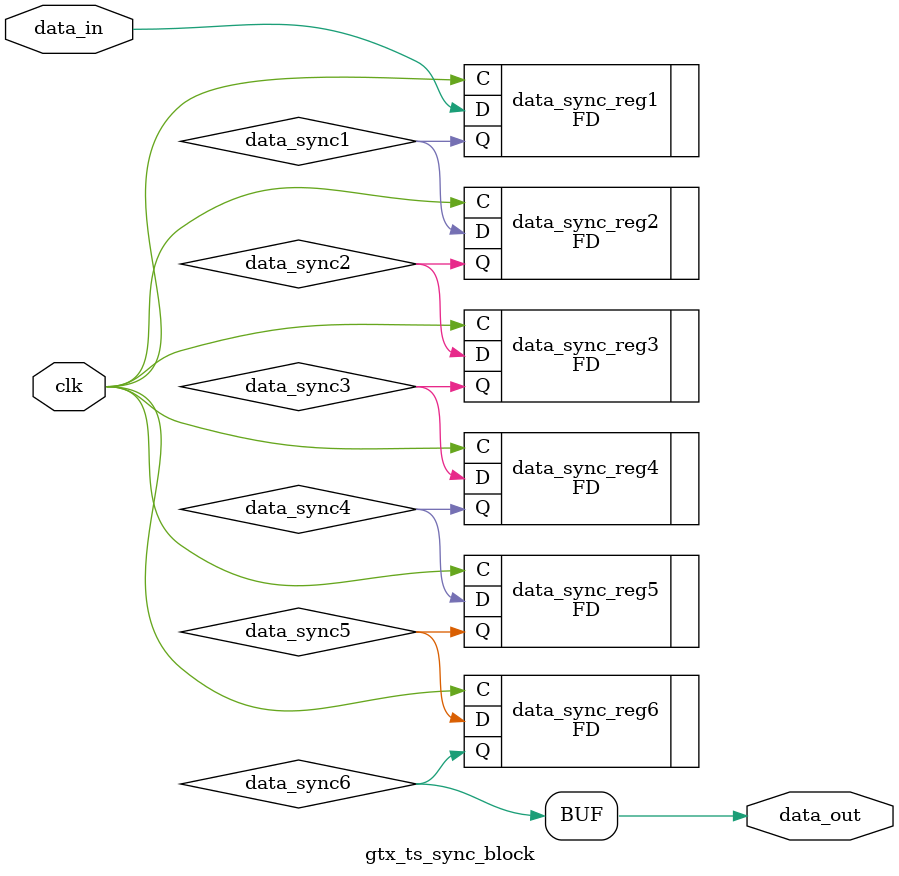
<source format=v>




`timescale 1ps / 1ps

//(* dont_touch = "yes" *)
module gtx_ts_sync_block #(
  parameter INITIALISE = 6'b000000
)
(
  input        clk,              // clock to be sync'ed to
  input        data_in,          // Data to be 'synced'
  output       data_out          // synced data
);

  // Internal Signals
  wire data_sync1;
  wire data_sync2;
  wire data_sync3;
  wire data_sync4;
  wire data_sync5;
  wire data_sync6;


  (* shreg_extract = "no", ASYNC_REG = "TRUE" *)
  FD #(
    .INIT (INITIALISE[0])
  ) data_sync_reg1 (
    .C  (clk),
    .D  (data_in),
    .Q  (data_sync1)
  );


  (* shreg_extract = "no", ASYNC_REG = "TRUE" *)
  FD #(
   .INIT (INITIALISE[1])
  ) data_sync_reg2 (
  .C  (clk),
  .D  (data_sync1),
  .Q  (data_sync2)
  );


  (* shreg_extract = "no", ASYNC_REG = "TRUE" *)
  FD #(
   .INIT (INITIALISE[2])
  ) data_sync_reg3 (
  .C  (clk),
  .D  (data_sync2),
  .Q  (data_sync3)
  );

  (* shreg_extract = "no", ASYNC_REG = "TRUE" *)
  FD #(
   .INIT (INITIALISE[3])
  ) data_sync_reg4 (
  .C  (clk),
  .D  (data_sync3),
  .Q  (data_sync4)
  );

  (* shreg_extract = "no", ASYNC_REG = "TRUE" *)
  FD #(
   .INIT (INITIALISE[4])
  ) data_sync_reg5 (
  .C  (clk),
  .D  (data_sync4),
  .Q  (data_sync5)
  );

  (* shreg_extract = "no", ASYNC_REG = "TRUE" *)
  FD #(
   .INIT (INITIALISE[5])
  ) data_sync_reg6 (
  .C  (clk),
  .D  (data_sync5),
  .Q  (data_sync6)
  );
  assign data_out = data_sync6;



endmodule

</source>
